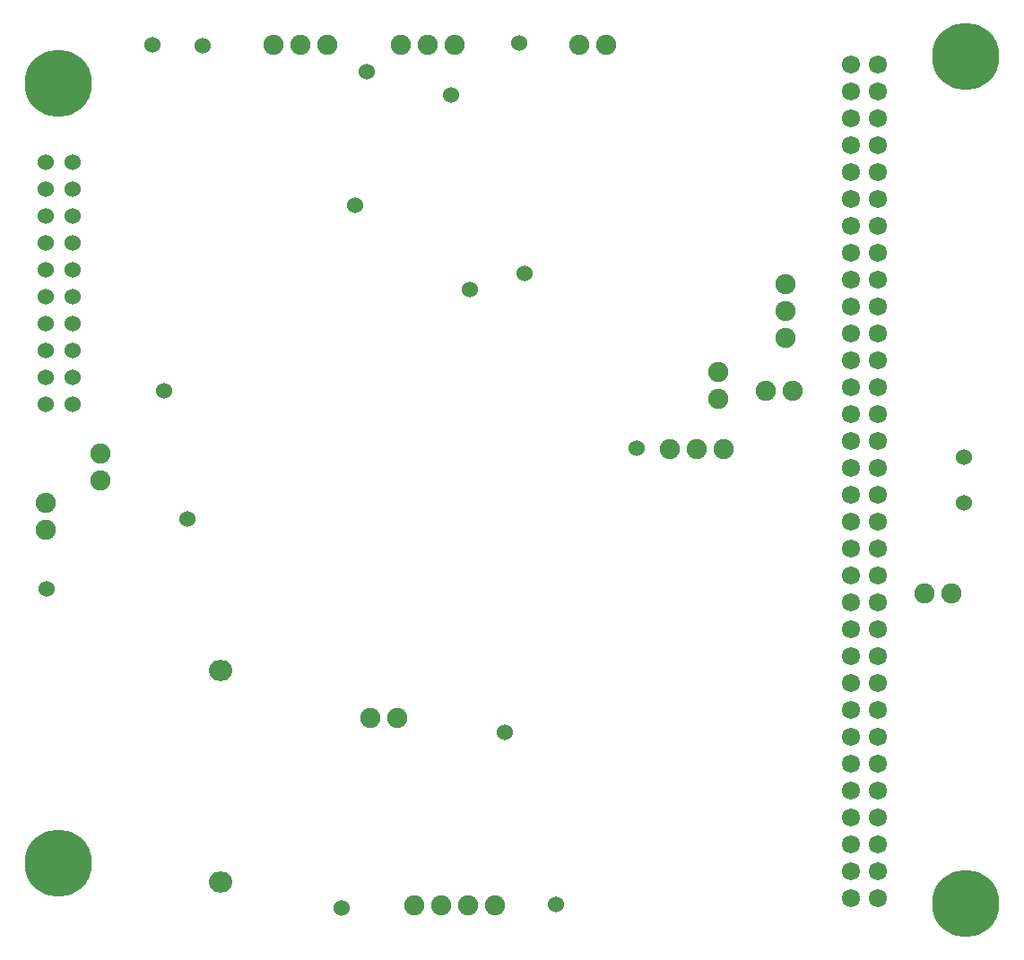
<source format=gbr>
G04 #@! TF.FileFunction,Soldermask,Bot*
%FSLAX46Y46*%
G04 Gerber Fmt 4.6, Leading zero omitted, Abs format (unit mm)*
G04 Created by KiCad (PCBNEW 4.0.4-stable) date Monday, July 31, 2017 'PMt' 11:33:08 PM*
%MOMM*%
%LPD*%
G01*
G04 APERTURE LIST*
%ADD10C,0.100000*%
%ADD11C,1.524000*%
%ADD12C,1.900000*%
%ADD13C,6.350000*%
%ADD14C,1.720000*%
%ADD15O,2.200000X1.950000*%
G04 APERTURE END LIST*
D10*
D11*
X144000000Y-47100000D03*
D12*
X154330000Y-24000000D03*
X156870000Y-24000000D03*
D13*
X105080000Y-27620000D03*
X190810000Y-25080000D03*
X105080000Y-101280000D03*
X190810000Y-105090000D03*
D12*
X173800000Y-51640000D03*
X173800000Y-49100000D03*
X173800000Y-46560000D03*
X167940000Y-62200000D03*
X165400000Y-62200000D03*
X162860000Y-62200000D03*
X171930000Y-56700000D03*
X174470000Y-56700000D03*
X167386000Y-57404000D03*
X167386000Y-54864000D03*
D14*
X179980000Y-25880000D03*
X179980000Y-28420000D03*
X179980000Y-30960000D03*
X179980000Y-33500000D03*
X179980000Y-36040000D03*
X179980000Y-38580000D03*
X179980000Y-41120000D03*
X179980000Y-43660000D03*
X179980000Y-46200000D03*
X179980000Y-48740000D03*
X179980000Y-51280000D03*
X179980000Y-53820000D03*
X179980000Y-56360000D03*
X179980000Y-58900000D03*
X179980000Y-61440000D03*
X179980000Y-63980000D03*
X179980000Y-66520000D03*
X179980000Y-69060000D03*
X179980000Y-71600000D03*
X179980000Y-74140000D03*
X179980000Y-76680000D03*
X179980000Y-79220000D03*
X179980000Y-81760000D03*
X179980000Y-84300000D03*
X179980000Y-86840000D03*
X179980000Y-89380000D03*
X179980000Y-91920000D03*
X179980000Y-94460000D03*
X179980000Y-97000000D03*
X179980000Y-99540000D03*
X179980000Y-102080000D03*
X179980000Y-104620000D03*
X182520000Y-25880000D03*
X182520000Y-28420000D03*
X182520000Y-30960000D03*
X182520000Y-33500000D03*
X182520000Y-36040000D03*
X182520000Y-38580000D03*
X182520000Y-41120000D03*
X182520000Y-43660000D03*
X182520000Y-46200000D03*
X182520000Y-48740000D03*
X182520000Y-51280000D03*
X182520000Y-53820000D03*
X182520000Y-56360000D03*
X182520000Y-58900000D03*
X182520000Y-61440000D03*
X182520000Y-63980000D03*
X182520000Y-66520000D03*
X182520000Y-69060000D03*
X182520000Y-71600000D03*
X182520000Y-74140000D03*
X182520000Y-76680000D03*
X182520000Y-79220000D03*
X182520000Y-81760000D03*
X182520000Y-84300000D03*
X182520000Y-86840000D03*
X182520000Y-89380000D03*
X182520000Y-91920000D03*
X182520000Y-94460000D03*
X182520000Y-97000000D03*
X182520000Y-99540000D03*
X182520000Y-102080000D03*
X182520000Y-104620000D03*
D15*
X120400000Y-103100000D03*
X120400000Y-83100000D03*
D12*
X134530000Y-87600000D03*
X137070000Y-87600000D03*
D11*
X114000000Y-24000000D03*
X142200000Y-28700000D03*
X134200000Y-26500000D03*
X149100000Y-45600000D03*
X148600000Y-23800000D03*
X159700000Y-62100000D03*
X147300000Y-88900000D03*
X152110000Y-105170000D03*
X131840000Y-105540000D03*
X115100000Y-56700000D03*
X117300000Y-68800000D03*
X104000000Y-75400000D03*
X118700000Y-24100000D03*
X103900000Y-35100000D03*
X106440000Y-35100000D03*
X103900000Y-37640000D03*
X106440000Y-37640000D03*
X103900000Y-40180000D03*
X106440000Y-40180000D03*
X103900000Y-42720000D03*
X106440000Y-42720000D03*
X103900000Y-45260000D03*
X106440000Y-45260000D03*
X103900000Y-47800000D03*
X106440000Y-47800000D03*
X103900000Y-50340000D03*
X106440000Y-50340000D03*
X103900000Y-52880000D03*
X106440000Y-52880000D03*
X103900000Y-55420000D03*
X106440000Y-55420000D03*
X103900000Y-57960000D03*
X106440000Y-57960000D03*
X133100000Y-39100000D03*
D12*
X143770000Y-105300000D03*
X141230000Y-105300000D03*
X138690000Y-105300000D03*
X146310000Y-105300000D03*
X125460000Y-24000000D03*
X128000000Y-24000000D03*
X130540000Y-24000000D03*
X142540000Y-24000000D03*
X140000000Y-24000000D03*
X137460000Y-24000000D03*
X109100000Y-62560000D03*
X109100000Y-65100000D03*
X103900000Y-69770000D03*
X103900000Y-67230000D03*
X189470000Y-75800000D03*
X186930000Y-75800000D03*
D11*
X190600000Y-62885000D03*
X190600000Y-67285000D03*
M02*

</source>
